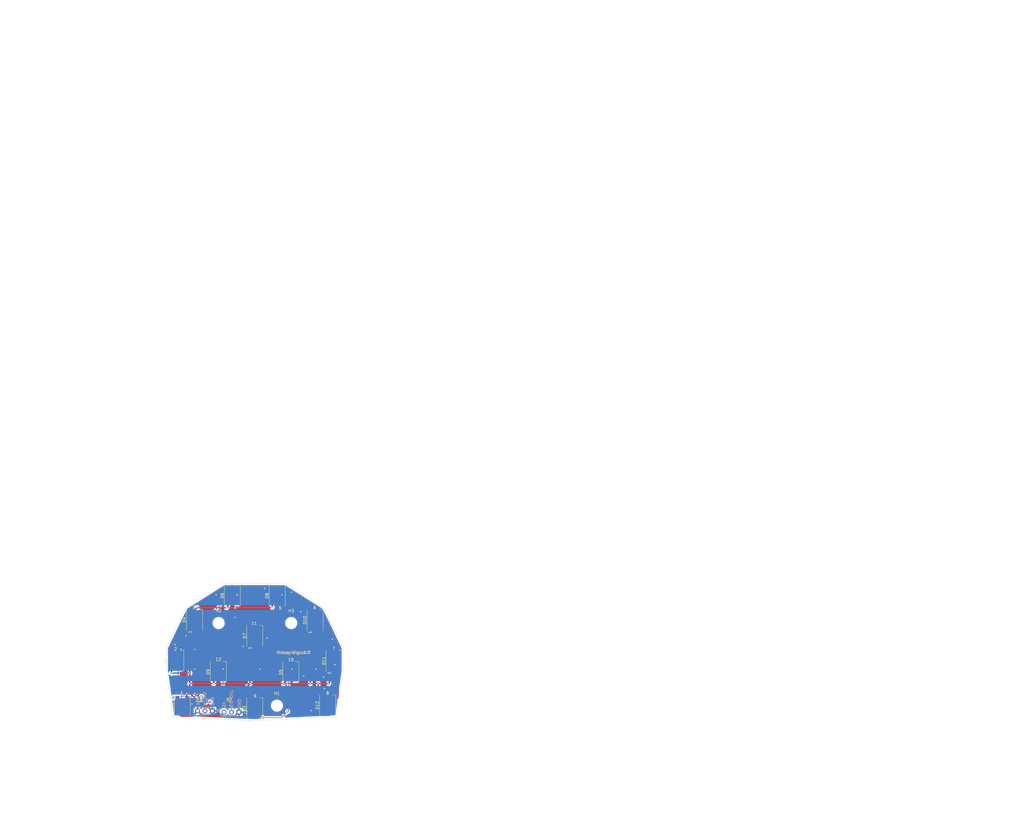
<source format=kicad_pcb>
(kicad_pcb (version 20211014) (generator pcbnew)
  (layers (0 "F.Cu" signal) (31 "B.Cu" signal) (34 "B.Paste" user) (35 "F.Paste" user) (36 "B.SilkS" user "B.Silkscreen") (37 "F.SilkS" user "F.Silkscreen") (38 "B.Mask" user) (39 "F.Mask" user) (44 "Edge.Cuts" user))
  (net 0 "")
  (net 1 "VCC")
  (net 2 "GND")
  (net 3 "Net-(D1-Pad2)")
  (net 4 "Net-(D1-Pad4)")
  (net 5 "Net-(D2-Pad2)")
  (net 6 "Net-(D3-Pad2)")
  (net 7 "Net-(D4-Pad2)")
  (net 8 "/SIG_IN")
  (net 9 "/SIG_OUT")
  (net 10 "Net-(D9-Pad2)")
  (net 11 "Net-(D5-Pad2)")
  (net 12 "Net-(D6-Pad2)")
  (net 13 "Net-(D7-Pad2)")
  (net 14 "Net-(D10-Pad4)")
  (net 15 "Net-(D10-Pad2)")
  (net 16 "Net-(D11-Pad2)")
  (net 17 "Net-(D12-Pad2)")
  (footprint "LED_SMD:LED_WS2812B_PLCC4_5.0x5.0mm_P3.2mm" (layer "F.Cu") (at 23.2 58.6 90)
    (fp_text reference "D1" (at 0 -3.5 90) (layer "F.SilkS"))
    (fp_text value "WS2812B")
    (fp_text user "1" (at -4.15 -1.6 90) (layer "F.SilkS"))
    (fp_line (start -3.65 -2.75) (end 3.65 -2.75) (layer "F.SilkS") (width 0.12))
    (fp_line (start 3.65 2.75) (end 3.65 1.6) (layer "F.SilkS") (width 0.12))
    (fp_line (start -3.65 2.75) (end 3.65 2.75) (layer "F.SilkS") (width 0.12))
    (pad "1" smd rect (at -2.45 -1.6 90) (size 1.5 1) (layers "F.Cu" "F.Paste" "F.Mask") (net 1 "VCC"))
    (pad "2" smd rect (at -2.45 1.6 90) (size 1.5 1) (layers "F.Cu" "F.Paste" "F.Mask") (net 3 "Net-(D1-Pad2)"))
    (pad "3" smd rect (at 2.45 1.6 90) (size 1.5 1) (layers "F.Cu" "F.Paste" "F.Mask") (net 2 "GND"))
    (pad "4" smd rect (at 2.45 -1.6 90) (size 1.5 1) (layers "F.Cu" "F.Paste" "F.Mask") (net 4 "Net-(D1-Pad4)"))
  )
  (footprint "LED_SMD:LED_WS2812B_PLCC4_5.0x5.0mm_P3.2mm" (layer "F.Cu") (at 75.3 43.3 90)
    (fp_text reference "D11" (at 0 -3.5 90) (layer "F.SilkS"))
    (fp_text value "WS2812B")
    (fp_text user "1" (at -4.15 -1.6 90) (layer "F.SilkS"))
    (fp_line (start -3.65 2.75) (end 3.65 2.75) (layer "F.SilkS") (width 0.12))
    (fp_line (start -3.65 -2.75) (end 3.65 -2.75) (layer "F.SilkS") (width 0.12))
    (fp_line (start 3.65 2.75) (end 3.65 1.6) (layer "F.SilkS") (width 0.12))
    (pad "1" smd rect (at -2.45 -1.6 90) (size 1.5 1) (layers "F.Cu" "F.Paste" "F.Mask") (net 1 "VCC"))
    (pad "2" smd rect (at -2.45 1.6 90) (size 1.5 1) (layers "F.Cu" "F.Paste" "F.Mask") (net 16 "Net-(D11-Pad2)"))
    (pad "3" smd rect (at 2.45 1.6 90) (size 1.5 1) (layers "F.Cu" "F.Paste" "F.Mask") (net 2 "GND"))
    (pad "4" smd rect (at 2.45 -1.6 90) (size 1.5 1) (layers "F.Cu" "F.Paste" "F.Mask") (net 15 "Net-(D10-Pad2)"))
  )
  (footprint "LED_SMD:LED_WS2812B_PLCC4_5.0x5.0mm_P3.2mm" (layer "F.Cu") (at 48.1 34.7 90)
    (fp_text reference "D7" (at 0 -3.5 90) (layer "F.SilkS"))
    (fp_text value "WS2812B")
    (fp_text user "1" (at -4.15 -1.6 90) (layer "F.SilkS"))
    (fp_line (start -3.65 2.75) (end 3.65 2.75) (layer "F.SilkS") (width 0.12))
    (fp_line (start -3.65 -2.75) (end 3.65 -2.75) (layer "F.SilkS") (width 0.12))
    (fp_line (start 3.65 2.75) (end 3.65 1.6) (layer "F.SilkS") (width 0.12))
    (pad "1" smd rect (at -2.45 -1.6 90) (size 1.5 1) (layers "F.Cu" "F.Paste" "F.Mask") (net 1 "VCC"))
    (pad "2" smd rect (at -2.45 1.6 90) (size 1.5 1) (layers "F.Cu" "F.Paste" "F.Mask") (net 13 "Net-(D7-Pad2)"))
    (pad "3" smd rect (at 2.45 1.6 90) (size 1.5 1) (layers "F.Cu" "F.Paste" "F.Mask") (net 2 "GND"))
    (pad "4" smd rect (at 2.45 -1.6 90) (size 1.5 1) (layers "F.Cu" "F.Paste" "F.Mask") (net 11 "Net-(D5-Pad2)"))
  )
  (footprint "LED_SMD:LED_WS2812B_PLCC4_5.0x5.0mm_P3.2mm" (layer "F.Cu") (at 48.1 59.7 90)
    (fp_text reference "D3" (at 0 -3.5 90) (layer "F.SilkS"))
    (fp_text value "WS2812B")
    (fp_text user "1" (at -4.15 -1.6 90) (layer "F.SilkS"))
    (fp_line (start -3.65 2.75) (end 3.65 2.75) (layer "F.SilkS") (width 0.12))
    (fp_line (start -3.65 -2.75) (end 3.65 -2.75) (layer "F.SilkS") (width 0.12))
    (fp_line (start 3.65 2.75) (end 3.65 1.6) (layer "F.SilkS") (width 0.12))
    (pad "1" smd rect (at -2.45 -1.6 90) (size 1.5 1) (layers "F.Cu" "F.Paste" "F.Mask") (net 1 "VCC"))
    (pad "2" smd rect (at -2.45 1.6 90) (size 1.5 1) (layers "F.Cu" "F.Paste" "F.Mask") (net 6 "Net-(D3-Pad2)"))
    (pad "3" smd rect (at 2.45 1.6 90) (size 1.5 1) (layers "F.Cu" "F.Paste" "F.Mask") (net 2 "GND"))
    (pad "4" smd rect (at 2.45 -1.6 90) (size 1.5 1) (layers "F.Cu" "F.Paste" "F.Mask") (net 17 "Net-(D12-Pad2)"))
  )
  (footprint "LED_SMD:LED_WS2812B_PLCC4_5.0x5.0mm_P3.2mm" (layer "F.Cu") (at 73.1 58.6 90)
    (fp_text reference "D12" (at 0 -3.5 90) (layer "F.SilkS"))
    (fp_text value "WS2812B")
    (fp_text user "1" (at -4.15 -1.6 90) (layer "F.SilkS"))
    (fp_line (start -3.65 -2.75) (end 3.65 -2.75) (layer "F.SilkS") (width 0.12))
    (fp_line (start 3.65 2.75) (end 3.65 1.6) (layer "F.SilkS") (width 0.12))
    (fp_line (start -3.65 2.75) (end 3.65 2.75) (layer "F.SilkS") (width 0.12))
    (pad "1" smd rect (at -2.45 -1.6 90) (size 1.5 1) (layers "F.Cu" "F.Paste" "F.Mask") (net 1 "VCC"))
    (pad "2" smd rect (at -2.45 1.6 90) (size 1.5 1) (layers "F.Cu" "F.Paste" "F.Mask") (net 17 "Net-(D12-Pad2)"))
    (pad "3" smd rect (at 2.45 1.6 90) (size 1.5 1) (layers "F.Cu" "F.Paste" "F.Mask") (net 2 "GND"))
    (pad "4" smd rect (at 2.45 -1.6 90) (size 1.5 1) (layers "F.Cu" "F.Paste" "F.Mask") (net 16 "Net-(D11-Pad2)"))
  )
  (footprint "LED_SMD:LED_WS2812B_PLCC4_5.0x5.0mm_P3.2mm" (layer "F.Cu") (at 68.8 29.3 90)
    (fp_text reference "D10" (at 0 -3.5 90) (layer "F.SilkS"))
    (fp_text value "WS2812B")
    (fp_text user "1" (at -4.15 -1.6 90) (layer "F.SilkS"))
    (fp_line (start -3.65 -2.75) (end 3.65 -2.75) (layer "F.SilkS") (width 0.12))
    (fp_line (start 3.65 2.75) (end 3.65 1.6) (layer "F.SilkS") (width 0.12))
    (fp_line (start -3.65 2.75) (end 3.65 2.75) (layer "F.SilkS") (width 0.12))
    (pad "1" smd rect (at -2.45 -1.6 90) (size 1.5 1) (layers "F.Cu" "F.Paste" "F.Mask") (net 1 "VCC"))
    (pad "2" smd rect (at -2.45 1.6 90) (size 1.5 1) (layers "F.Cu" "F.Paste" "F.Mask") (net 15 "Net-(D10-Pad2)"))
    (pad "3" smd rect (at 2.45 1.6 90) (size 1.5 1) (layers "F.Cu" "F.Paste" "F.Mask") (net 2 "GND"))
    (pad "4" smd rect (at 2.45 -1.6 90) (size 1.5 1) (layers "F.Cu" "F.Paste" "F.Mask") (net 14 "Net-(D10-Pad4)"))
  )
  (footprint "Resistor_SMD:R_0603_1608Metric" (layer "F.Cu") (at 39.3 58.1)
    (fp_text reference "R2" (at 0 -1.43) (layer "F.SilkS"))
    (fp_text value "33")
    (fp_line (start -0.237258 -0.5225) (end 0.237258 -0.5225) (layer "F.SilkS") (width 0.12))
    (fp_line (start -0.237258 0.5225) (end 0.237258 0.5225) (layer "F.SilkS") (width 0.12))
    (pad "1" smd roundrect (at -0.825 0) (size 0.8 0.95) (layers "F.Cu" "F.Paste" "F.Mask") (net 10 "Net-(D9-Pad2)"))
    (pad "2" smd roundrect (at 0.825 0) (size 0.8 0.95) (layers "F.Cu" "F.Paste" "F.Mask") (net 9 "/SIG_OUT"))
  )
  (footprint "LED_SMD:LED_WS2812B_PLCC4_5.0x5.0mm_P3.2mm" (layer "F.Cu") (at 21 43.3 90)
    (fp_text reference "D2" (at 0 -3.5 90) (layer "F.SilkS"))
    (fp_text value "WS2812B")
    (fp_text user "1" (at -4.15 -1.6 90) (layer "F.SilkS"))
    (fp_line (start 3.65 2.75) (end 3.65 1.6) (layer "F.SilkS") (width 0.12))
    (fp_line (start -3.65 2.75) (end 3.65 2.75) (layer "F.SilkS") (width 0.12))
    (fp_line (start -3.65 -2.75) (end 3.65 -2.75) (layer "F.SilkS") (width 0.12))
    (pad "1" smd rect (at -2.45 -1.6 90) (size 1.5 1) (layers "F.Cu" "F.Paste" "F.Mask") (net 1 "VCC"))
    (pad "2" smd rect (at -2.45 1.6 90) (size 1.5 1) (layers "F.Cu" "F.Paste" "F.Mask") (net 5 "Net-(D2-Pad2)"))
    (pad "3" smd rect (at 2.45 1.6 90) (size 1.5 1) (layers "F.Cu" "F.Paste" "F.Mask") (net 2 "GND"))
    (pad "4" smd rect (at 2.45 -1.6 90) (size 1.5 1) (layers "F.Cu" "F.Paste" "F.Mask") (net 3 "Net-(D1-Pad2)"))
  )
  (footprint "Connector_PinHeader_2.54mm:PinHeader_1x03_P2.54mm_Vertical" (layer "F.Cu") (at 42.625 60.9 -90)
    (fp_text reference "J2" (at 0 -2.33 90) (layer "F.SilkS"))
    (fp_text value "Conn_01x03")
    (fp_line (start -1.33 1.27) (end 1.33 1.27) (layer "F.SilkS") (width 0.12))
    (fp_line (start -1.33 1.27) (end -1.33 6.41) (layer "F.SilkS") (width 0.12))
    (fp_line (start -1.33 0) (end -1.33 -1.33) (layer "F.SilkS") (width 0.12))
    (fp_line (start -1.33 -1.33) (end 0 -1.33) (layer "F.SilkS") (width 0.12))
    (fp_line (start -1.33 6.41) (end 1.33 6.41) (layer "F.SilkS") (width 0.12))
    (fp_line (start 1.33 1.27) (end 1.33 6.41) (layer "F.SilkS") (width 0.12))
    (pad "1" thru_hole rect (at 0 0 270) (size 1.7 1.7) (drill 1) (layers *.Cu *.Mask) (net 2 "GND"))
    (pad "2" thru_hole oval (at 0 2.54 270) (size 1.7 1.7) (drill 1) (layers *.Cu *.Mask) (net 9 "/SIG_OUT"))
    (pad "3" thru_hole oval (at 0 5.08 270) (size 1.7 1.7) (drill 1) (layers *.Cu *.Mask) (net 1 "VCC"))
  )
  (footprint "Capacitor_SMD:C_0603_1608Metric" (layer "F.Cu") (at 28.9 56.7)
    (fp_text reference "C1" (at 0 -1.43) (layer "F.SilkS"))
    (fp_text value "10uF")
    (fp_line (start -0.14058 0.51) (end 0.14058 0.51) (layer "F.SilkS") (width 0.12))
    (fp_line (start -0.14058 -0.51) (end 0.14058 -0.51) (layer "F.SilkS") (width 0.12))
    (pad "1" smd roundrect (at -0.775 0) (size 0.9 0.95) (layers "F.Cu" "F.Paste" "F.Mask") (net 1 "VCC"))
    (pad "2" smd roundrect (at 0.775 0) (size 0.9 0.95) (layers "F.Cu" "F.Paste" "F.Mask") (net 2 "GND"))
  )
  (footprint "Resistor_SMD:R_0603_1608Metric" (layer "F.Cu") (at 31.4 56.6 90)
    (fp_text reference "R1" (at 0 -1.43 90) (layer "F.SilkS"))
    (fp_text value "33")
    (fp_line (start -0.237258 -0.5225) (end 0.237258 -0.5225) (layer "F.SilkS") (width 0.12))
    (fp_line (start -0.237258 0.5225) (end 0.237258 0.5225) (layer "F.SilkS") (width 0.12))
    (pad "1" smd roundrect (at -0.825 0 90) (size 0.8 0.95) (layers "F.Cu" "F.Paste" "F.Mask") (net 8 "/SIG_IN"))
    (pad "2" smd roundrect (at 0.825 0 90) (size 0.8 0.95) (layers "F.Cu" "F.Paste" "F.Mask") (net 4 "Net-(D1-Pad4)"))
  )
  (footprint "MountingHole:MountingHole_3.2mm_M3" (layer "F.Cu") (at 55.707999 58.7)
    (fp_text reference "H1" (at 0 -4.2) (layer "F.SilkS"))
    (fp_text value "MountingHole")
    (pad "" np_thru_hole circle (at 0 0) (size 3.2 3.2) (drill 3.2) (layers *.Cu *.Mask))
  )
  (footprint "MountingHole:MountingHole_3.2mm_M3" (layer "F.Cu") (at 60.6 30.3)
    (fp_text reference "H3" (at 0 -4.2) (layer "F.SilkS"))
    (fp_text value "MountingHole")
    (pad "" np_thru_hole circle (at 0 0) (size 3.2 3.2) (drill 3.2) (layers *.Cu *.Mask))
  )
  (footprint "LED_SMD:LED_WS2812B_PLCC4_5.0x5.0mm_P3.2mm" (layer "F.Cu") (at 27.4 29.2 90)
    (fp_text reference "D4" (at 0 -3.5 90) (layer "F.SilkS"))
    (fp_text value "WS2812B")
    (fp_text user "1" (at -4.15 -1.6 90) (layer "F.SilkS"))
    (fp_line (start 3.65 2.75) (end 3.65 1.6) (layer "F.SilkS") (width 0.12))
    (fp_line (start -3.65 -2.75) (end 3.65 -2.75) (layer "F.SilkS") (width 0.12))
    (fp_line (start -3.65 2.75) (end 3.65 2.75) (layer "F.SilkS") (width 0.12))
    (pad "1" smd rect (at -2.45 -1.6 90) (size 1.5 1) (layers "F.Cu" "F.Paste" "F.Mask") (net 1 "VCC"))
    (pad "2" smd rect (at -2.45 1.6 90) (size 1.5 1) (layers "F.Cu" "F.Paste" "F.Mask") (net 7 "Net-(D4-Pad2)"))
    (pad "3" smd rect (at 2.45 1.6 90) (size 1.5 1) (layers "F.Cu" "F.Paste" "F.Mask") (net 2 "GND"))
    (pad "4" smd rect (at 2.45 -1.6 90) (size 1.5 1) (layers "F.Cu" "F.Paste" "F.Mask") (net 5 "Net-(D2-Pad2)"))
  )
  (footprint "LED_SMD:LED_WS2812B_PLCC4_5.0x5.0mm_P3.2mm" (layer "F.Cu") (at 60.5 47.2 90)
    (fp_text reference "D5" (at 0 -3.5 90) (layer "F.SilkS"))
    (fp_text value "WS2812B")
    (fp_text user "1" (at -4.15 -1.6 90) (layer "F.SilkS"))
    (fp_line (start -3.65 -2.75) (end 3.65 -2.75) (layer "F.SilkS") (width 0.12))
    (fp_line (start -3.65 2.75) (end 3.65 2.75) (layer "F.SilkS") (width 0.12))
    (fp_line (start 3.65 2.75) (end 3.65 1.6) (layer "F.SilkS") (width 0.12))
    (pad "1" smd rect (at -2.45 -1.6 90) (size 1.5 1) (layers "F.Cu" "F.Paste" "F.Mask") (net 1 "VCC"))
    (pad "2" smd rect (at -2.45 1.6 90) (size 1.5 1) (layers "F.Cu" "F.Paste" "F.Mask") (net 11 "Net-(D5-Pad2)"))
    (pad "3" smd rect (at 2.45 1.6 90) (size 1.5 1) (layers "F.Cu" "F.Paste" "F.Mask") (net 2 "GND"))
    (pad "4" smd rect (at 2.45 -1.6 90) (size 1.5 1) (layers "F.Cu" "F.Paste" "F.Mask") (net 6 "Net-(D3-Pad2)"))
  )
  (footprint "Capacitor_SMD:C_0402_1005Metric" (layer "F.Cu") (at 29 58.1)
    (fp_text reference "C2" (at 0 -1.16) (layer "F.SilkS"))
    (fp_text value "100nF")
    (fp_line (start -0.107836 0.36) (end 0.107836 0.36) (layer "F.SilkS") (width 0.12))
    (fp_line (start -0.107836 -0.36) (end 0.107836 -0.36) (layer "F.SilkS") (width 0.12))
    (pad "1" smd roundrect (at -0.48 0) (size 0.56 0.62) (layers "F.Cu" "F.Paste" "F.Mask") (net 1 "VCC"))
    (pad "2" smd roundrect (at 0.48 0) (size 0.56 0.62) (layers "F.Cu" "F.Paste" "F.Mask") (net 2 "GND"))
  )
  (footprint "LED_SMD:LED_WS2812B_PLCC4_5.0x5.0mm_P3.2mm" (layer "F.Cu") (at 40.4 20.9 90)
    (fp_text reference "D6" (at 0 -3.5 90) (layer "F.SilkS"))
    (fp_text value "WS2812B")
    (fp_text user "1" (at -4.15 -1.6 90) (layer "F.SilkS"))
    (fp_line (start -3.65 2.75) (end 3.65 2.75) (layer "F.SilkS") (width 0.12))
    (fp_line (start -3.65 -2.75) (end 3.65 -2.75) (layer "F.SilkS") (width 0.12))
    (fp_line (start 3.65 2.75) (end 3.65 1.6) (layer "F.SilkS") (width 0.12))
    (pad "1" smd rect (at -2.45 -1.6 90) (size 1.5 1) (layers "F.Cu" "F.Paste" "F.Mask") (net 1 "VCC"))
    (pad "2" smd rect (at -2.45 1.6 90) (size 1.5 1) (layers "F.Cu" "F.Paste" "F.Mask") (net 12 "Net-(D6-Pad2)"))
    (pad "3" smd rect (at 2.45 1.6 90) (size 1.5 1) (layers "F.Cu" "F.Paste" "F.Mask") (net 2 "GND"))
    (pad "4" smd rect (at 2.45 -1.6 90) (size 1.5 1) (layers "F.Cu" "F.Paste" "F.Mask") (net 7 "Net-(D4-Pad2)"))
  )
  (footprint "LED_SMD:LED_WS2812B_PLCC4_5.0x5.0mm_P3.2mm" (layer "F.Cu") (at 35.6 47.1 90)
    (fp_text reference "D9" (at 0 -3.5 90) (layer "F.SilkS"))
    (fp_text value "WS2812B")
    (fp_text user "1" (at -4.15 -1.6 90) (layer "F.SilkS"))
    (fp_line (start -3.65 2.75) (end 3.65 2.75) (layer "F.SilkS") (width 0.12))
    (fp_line (start -3.65 -2.75) (end 3.65 -2.75) (layer "F.SilkS") (width 0.12))
    (fp_line (start 3.65 2.75) (end 3.65 1.6) (layer "F.SilkS") (width 0.12))
    (pad "1" smd rect (at -2.45 -1.6 90) (size 1.5 1) (layers "F.Cu" "F.Paste" "F.Mask") (net 1 "VCC"))
    (pad "2" smd rect (at -2.45 1.6 90) (size 1.5 1) (layers "F.Cu" "F.Paste" "F.Mask") (net 10 "Net-(D9-Pad2)"))
    (pad "3" smd rect (at 2.45 1.6 90) (size 1.5 1) (layers "F.Cu" "F.Paste" "F.Mask") (net 2 "GND"))
    (pad "4" smd rect (at 2.45 -1.6 90) (size 1.5 1) (layers "F.Cu" "F.Paste" "F.Mask") (net 13 "Net-(D7-Pad2)"))
  )
  (footprint "Connector_PinHeader_2.54mm:PinHeader_1x03_P2.54mm_Vertical" (layer "F.Cu") (at 33.515 60.5 -90)
    (fp_text reference "J1" (at 0 -2.33 -270) (layer "F.SilkS"))
    (fp_text value "Conn_01x03")
    (fp_line (start -1.33 1.27) (end -1.33 6.41) (layer "F.SilkS") (width 0.12))
    (fp_line (start -1.33 0) (end -1.33 -1.33) (layer "F.SilkS") (width 0.12))
    (fp_line (start 1.33 1.27) (end 1.33 6.41) (layer "F.SilkS") (width 0.12))
    (fp_line (start -1.33 6.41) (end 1.33 6.41) (layer "F.SilkS") (width 0.12))
    (fp_line (start -1.33 1.27) (end 1.33 1.27) (layer "F.SilkS") (width 0.12))
    (fp_line (start -1.33 -1.33) (end 0 -1.33) (layer "F.SilkS") (width 0.12))
    (pad "1" thru_hole rect (at 0 0 270) (size 1.7 1.7) (drill 1) (layers *.Cu *.Mask) (net 2 "GND"))
    (pad "2" thru_hole oval (at 0 2.54 270) (size 1.7 1.7) (drill 1) (layers *.Cu *.Mask) (net 8 "/SIG_IN"))
    (pad "3" thru_hole oval (at 0 5.08 270) (size 1.7 1.7) (drill 1) (layers *.Cu *.Mask) (net 1 "VCC"))
  )
  (footprint "LED_SMD:LED_WS2812B_PLCC4_5.0x5.0mm_P3.2mm" (layer "F.Cu") (at 55.8 20.9 90)
    (fp_text reference "D8" (at 0 -3.5 90) (layer "F.SilkS"))
    (fp_text value "WS2812B")
    (fp_text user "1" (at -4.15 -1.6 90) (layer "F.SilkS"))
    (fp_line (start -3.65 2.75) (end 3.65 2.75) (layer "F.SilkS") (width 0.12))
    (fp_line (start -3.65 -2.75) (end 3.65 -2.75) (layer "F.SilkS") (width 0.12))
    (fp_line (start 3.65 2.75) (end 3.65 1.6) (layer "F.SilkS") (width 0.12))
    (pad "1" smd rect (at -2.45 -1.6 90) (size 1.5 1) (layers "F.Cu" "F.Paste" "F.Mask") (net 1 "VCC"))
    (pad "2" smd rect (at -2.45 1.6 90) (size 1.5 1) (layers "F.Cu" "F.Paste" "F.Mask") (net 14 "Net-(D10-Pad4)"))
    (pad "3" smd rect (at 2.45 1.6 90) (size 1.5 1) (layers "F.Cu" "F.Paste" "F.Mask") (net 2 "GND"))
    (pad "4" smd rect (at 2.45 -1.6 90) (size 1.5 1) (layers "F.Cu" "F.Paste" "F.Mask") (net 12 "Net-(D6-Pad2)"))
  )
  (footprint "MountingHole:MountingHole_3.2mm_M3" (layer "F.Cu") (at 35.7 30.3)
    (fp_text reference "H2" (at 0 -4.2) (layer "F.SilkS"))
    (fp_text value "MountingHole")
    (pad "" np_thru_hole circle (at 0 0) (size 3.2 3.2) (drill 3.2) (layers *.Cu *.Mask))
  )
  (gr_line (start 17.8 46.9) (end 17.8 38.9) (layer "Edge.Cuts") (width 0.1))
  (gr_line (start 24.4 25.1) (end 37.6 16.8) (layer "Edge.Cuts") (width 0.1))
  (gr_line (start 20 62.5) (end 17.8 46.9) (layer "Edge.Cuts") (width 0.1))
  (gr_line (start 37.6 16.8) (end 58.6 16.8) (layer "Edge.Cuts") (width 0.1))
  (gr_line (start 17.8 38.9) (end 24.4 25.1) (layer "Edge.Cuts") (width 0.1))
  (gr_line (start 78.4 46.9) (end 76.2 62.5) (layer "Edge.Cuts") (width 0.1))
  (gr_line (start 58.6 16.8) (end 71.8 25.1) (layer "Edge.Cuts") (width 0.1))
  (gr_line (start 71.8 25.1) (end 78.4 38.9) (layer "Edge.Cuts") (width 0.1))
  (gr_line (start 48.1 63.8) (end 76.2 62.5) (layer "Edge.Cuts") (width 0.1))
  (gr_line (start 78.4 38.9) (end 78.4 46.9) (layer "Edge.Cuts") (width 0.1))
  (gr_line (start 20 62.5) (end 48.1 63.8) (layer "Edge.Cuts") (width 0.1))
  (gr_text "SIG_OUT" (at 40.025 56.3 270) (layer "B.SilkS") (effects (font (size 1 1)) (justify mirror)))
  (gr_text "SIG_IN" (at 31 56.3 90) (layer "B.SilkS") (effects (font (size 1 1)) (justify mirror)))
  (gr_text "GND" (at 33.6 57.2 90) (layer "B.SilkS") (effects (font (size 1 1)) (justify mirror)))
  (gr_text "circle-big_v1.0" (at 61.4 40.4) (layer "B.SilkS") (effects (font (size 1 1)) (justify mirror)))
  (gr_text "5V" (at 28.5 57.6 90) (layer "B.SilkS") (effects (font (size 1 1)) (justify mirror)))
  (gr_text "5V" (at 37.5 58.3 270) (layer "B.SilkS") (effects (font (size 1 1)) (justify mirror)))
  (gr_text "GND" (at 42.7 57.9 270) (layer "B.SilkS") (effects (font (size 1 1)) (justify mirror)))
  (gr_text "2" (at 20.9 39.2) (layer "F.SilkS") (effects (font (size 1 1))))
  (gr_text "7" (at 75.2 39) (layer "F.SilkS") (effects (font (size 1 1))))
  (gr_text "4" (at 41.3 25.1) (layer "F.SilkS") (effects (font (size 1 1))))
  (gr_text "5" (at 56.8 25.1) (layer "F.SilkS") (effects (font (size 1 1))))
  (gr_text "11" (at 47.9 30.4) (layer "F.SilkS") (effects (font (size 1 1))))
  (gr_text "8" (at 73.1 54.4) (layer "F.SilkS") (effects (font (size 1 1))))
  (gr_text "circle-big_v1.0" (at 61.4 40.4) (layer "F.SilkS") (effects (font (size 1 1))))
  (gr_text "6" (at 68.7 25) (layer "F.SilkS") (effects (font (size 1 1))))
  (gr_text "12" (at 35.6 42.8) (layer "F.SilkS") (effects (font (size 1 1))))
  (gr_text "10" (at 60.5 42.9) (layer "F.SilkS") (effects (font (size 1 1))))
  (gr_text "9" (at 48.2 55.4) (layer "F.SilkS") (effects (font (size 1 1))))
  (gr_text "1" (at 23 54.3) (layer "F.SilkS") (effects (font (size 1 1))))
  (gr_text "3" (at 27.2 25) (layer "F.SilkS") (effects (font (size 1 1))))
  (segment (start 25.8 54.375) (end 25.8 47.5) (width 0.5) (layer "F.Cu") (net 1))
  (segment (start 54.1 24.9) (end 54.1 23.45) (width 0.5) (layer "F.Cu") (net 1))
  (segment (start 19.5 45.85) (end 19.4 45.75) (width 0.5) (layer "F.Cu") (net 1))
  (segment (start 28.435 60.5) (end 26.685489 62.249511) (width 0.5) (layer "F.Cu") (net 1))
  (segment (start 73.5 51.1) (end 73.7 50.9) (width 0.5) (layer "F.Cu") (net 1))
  (segment (start 28.125 56.7) (end 25.8 54.375) (width 0.5) (layer "F.Cu") (net 1))
  (segment (start 46.5 37.15) (end 46.5 51.1) (width 0.5) (layer "F.Cu") (net 1))
  (segment (start 69.9 51.1) (end 69.9 59.45) (width 0.5) (layer "F.Cu") (net 1))
  (segment (start 58.9 50.1) (end 57.9 51.1) (width 0.5) (layer "F.Cu") (net 1))
  (segment (start 28.435 57.01) (end 28.125 56.7) (width 0.5) (layer "F.Cu") (net 1))
  (segment (start 28.435 60.5) (end 28.435 57.01) (width 0.5) (layer "F.Cu") (net 1))
  (segment (start 34 49.55) (end 34 51.1) (width 0.5) (layer "F.Cu") (net 1))
  (segment (start 46.5 62.15) (end 45.550489 61.200489) (width 0.5) (layer "F.Cu") (net 1))
  (segment (start 38.8 23.35) (end 38.8 24.6) (width 0.5) (layer "F.Cu") (net 1))
  (segment (start 25.8 47.5) (end 25.8 31.65) (width 0.5) (layer "F.Cu") (net 1))
  (segment (start 25.8 31.65) (end 26.749511 30.700489) (width 0.5) (layer "F.Cu") (net 1))
  (segment (start 45.550489 52.049511) (end 46.5 51.1) (width 0.5) (layer "F.Cu") (net 1))
  (segment (start 26.749511 30.700489) (end 26.749511 26.550489) (width 0.5) (layer "F.Cu") (net 1))
  (segment (start 19.5 47.5) (end 19.5 45.85) (width 0.5) (layer "F.Cu") (net 1))
  (segment (start 26.685489 62.249511) (end 22.799511 62.249511) (width 0.5) (layer "F.Cu") (net 1))
  (segment (start 54.1 23.45) (end 54.2 23.35) (width 0.5) (layer "F.Cu") (net 1))
  (segment (start 45.550489 61.200489) (end 45.550489 52.049511) (width 0.5) (layer "F.Cu") (net 1))
  (segment (start 67.2 31.75) (end 67.2 51.1) (width 0.5) (layer "F.Cu") (net 1))
  (segment (start 69.9 59.45) (end 71.5 61.05) (width 0.5) (layer "F.Cu") (net 1))
  (segment (start 38.8 24.6) (end 38.4 25) (width 0.5) (layer "F.Cu") (net 1))
  (segment (start 26.749511 26.550489) (end 28.3 25) (width 0.5) (layer "F.Cu") (net 1))
  (segment (start 73.7 50.9) (end 73.7 45.75) (width 0.5) (layer "F.Cu") (net 1))
  (segment (start 58.9 49.65) (end 58.9 50.1) (width 0.5) (layer "F.Cu") (net 1))
  (segment (start 22.799511 62.249511) (end 21.6 61.05) (width 0.5) (layer "F.Cu") (net 1))
  (via (at 25.8 51.1) (size 0.8) (drill 0.4) (layers "F.Cu" "B.Cu") (net 1))
  (via (at 19.5 47.5) (size 0.8) (drill 0.4) (layers "F.Cu" "B.Cu") (net 1))
  (via (at 38.4 25) (size 0.8) (drill 0.4) (layers "F.Cu" "B.Cu") (net 1))
  (via (at 69.9 51.1) (size 0.8) (drill 0.4) (layers "F.Cu" "B.Cu") (net 1))
  (via (at 25.8 47.5) (size 0.8) (drill 0.4) (layers "F.Cu" "B.Cu") (net 1))
  (via (at 34 51.1) (size 0.8) (drill 0.4) (layers "F.Cu" "B.Cu") (net 1))
  (via (at 54.1 24.9) (size 0.8) (drill 0.4) (layers "F.Cu" "B.Cu") (net 1))
  (via (at 67.2 51.1) (size 0.8) (drill 0.4) (layers "F.Cu" "B.Cu") (net 1))
  (via (at 73.5 51.1) (size 0.8) (drill 0.4) (layers "F.Cu" "B.Cu") (net 1))
  (via (at 57.9 51.1) (size 0.8) (drill 0.4) (layers "F.Cu" "B.Cu") (net 1))
  (via (at 46.5 51.1) (size 0.8) (drill 0.4) (layers "F.Cu" "B.Cu") (net 1))
  (via (at 28.3 25) (size 0.8) (drill 0.4) (layers "F.Cu" "B.Cu") (net 1))
  (segment (start 54 25) (end 54.1 24.9) (width 0.5) (layer "B.Cu") (net 1))
  (segment (start 28.435 60.5) (end 29.734511 61.799511) (width 0.5) (layer "B.Cu") (net 1))
  (segment (start 57.9 51.1) (end 67.2 51.1) (width 0.5) (layer "B.Cu") (net 1))
  (segment (start 36.645489 61.799511) (end 37.545 60.9) (width 0.5) (layer "B.Cu") (net 1))
  (segment (start 73.5 51.1) (end 69.9 51.1) (width 0.5) (layer "B.Cu") (net 1))
  (segment (start 34 51.1) (end 25.8 51.1) (width 0.5) (layer "B.Cu") (net 1))
  (segment (start 67.2 51.1) (end 69.9 51.1) (width 0.5) (layer "B.Cu") (net 1))
  (segment (start 25.8 47.5) (end 19.5 47.5) (width 0.5) (layer "B.Cu") (net 1))
  (segment (start 38.4 25) (end 54 25) (width 0.5) (layer "B.Cu") (net 1))
  (segment (start 46.5 51.1) (end 57.9 51.1) (width 0.5) (layer "B.Cu") (net 1))
  (segment (start 29.734511 61.799511) (end 36.645489 61.799511) (width 0.5) (layer "B.Cu") (net 1))
  (segment (start 34 51.1) (end 46.5 51.1) (width 0.5) (layer "B.Cu") (net 1))
  (segment (start 28.3 25) (end 38.4 25) (width 0.5) (layer "B.Cu") (net 1))
  (segment (start 69.2 28.05) (end 69.2 46.1) (width 0.5) (layer "F.Cu") (net 2))
  (segment (start 32.215489 59.200489) (end 30.580489 59.200489) (width 0.5) (layer "F.Cu") (net 2))
  (segment (start 37.2 44.65) (end 37.2 46.1) (width 0.5) (layer "F.Cu") (net 2))
  (segment (start 74.7 56.15) (end 74.7 45.5) (width 0.5) (layer "F.Cu") (net 2))
  (segment (start 29 26.75) (end 27.5 28.25) (width 0.5) (layer "F.Cu") (net 2))
  (segment (start 49.7 46.2) (end 49.8 46.1) (width 0.5) (layer "F.Cu") (net 2))
  (segment (start 27.5 54.525) (end 27.5 39.4) (width 0.5) (layer "F.Cu") (net 2))
  (segment (start 29 26.75) (end 29 26.4) (width 0.5) (layer "F.Cu") (net 2))
  (segment (start 42 18.45) (end 42 20.6) (width 0.5) (layer "F.Cu") (net 2))
  (segment (start 24.7 56.05) (end 24.8 56.15) (width 0.5) (layer "F.Cu") (net 2))
  (segment (start 29 26.4) (end 34.8 20.6) (width 0.5) (layer "F.Cu") (net 2))
  (segment (start 50.649511 45.250489) (end 49.8 46.1) (width 0.5) (layer "F.Cu") (net 2))
  (segment (start 22.7 39.3) (end 22.7 40.75) (width 0.5) (layer "F.Cu") (net 2))
  (segment (start 50.649511 33.199511) (end 50.649511 45.250489) (width 0.5) (layer "F.Cu") (net 2))
  (segment (start 62.1 44.8) (end 60.8 46.1) (width 0.5) (layer "F.Cu") (net 2))
  (segment (start 24.7 54.5) (end 24.7 56.05) (width 0.5) (layer "F.Cu") (net 2))
  (segment (start 57.4 20.6) (end 57.4 18.45) (width 0.5) (layer "F.Cu") (net 2))
  (segment (start 49.7 32.25) (end 50.649511 33.199511) (width 0.5) (layer "F.Cu") (net 2))
  (segment (start 74.7 45.5) (end 75.6 44.6) (width 0.5) (layer "F.Cu") (net 2))
  (segment (start 29.675 56.7) (end 27.5 54.525) (width 0.5) (layer "F.Cu") (net 2))
  (segment (start 33.515 60.5) (end 32.215489 59.200489) (width 0.5) (layer "F.Cu") (net 2))
  (segment (start 49.7 57.25) (end 49.7 46.2) (width 0.5) (layer "F.Cu") (net 2))
  (segment (start 75.6 44.6) (end 75.6 42.15) (width 0.5) (layer "F.Cu") (net 2))
  (segment (start 62.1 44.75) (end 62.1 44.8) (width 0.5) (layer "F.Cu") (net 2))
  (segment (start 30.580489 59.200489) (end 29.48 58.1) (width 0.5) (layer "F.Cu") (net 2))
  (segment (start 41.325489 62.199511) (end 42.625 60.9) (width 0.5) (layer "F.Cu") (net 2))
  (segment (start 75.6 42.15) (end 76.9 40.85) (width 0.5) (layer "F.Cu") (net 2))
  (segment (start 35.214511 62.199511) (end 41.325489 62.199511) (width 0.5) (layer "F.Cu") (net 2))
  (segment (start 33.515 60.5) (end 35.214511 62.199511) (width 0.5) (layer "F.Cu") (net 2))
  (segment (start 29.48 56.895) (end 29.675 56.7) (width 0.5) (layer "F.Cu") (net 2))
  (segment (start 29.48 58.1) (end 29.48 56.895) (width 0.5) (layer "F.Cu") (net 2))
  (segment (start 22.7 40.75) (end 22.6 40.85) (width 0.5) (layer "F.Cu") (net 2))
  (segment (start 70.4 26.85) (end 69.2 28.05) (width 0.5) (layer "F.Cu") (net 2))
  (segment (start 27.5 28.25) (end 27.5 39.4) (width 0.5) (layer "F.Cu") (net 2))
  (via (at 63.9 26.4) (size 0.8) (drill 0.4) (layers "F.Cu" "B.Cu") (net 2))
  (via (at 51.5 18.4) (size 0.8) (drill 0.4) (layers "F.Cu" "B.Cu") (net 2))
  (via (at 69.2 46.1) (size 0.8) (drill 0.4) (layers "F.Cu" "B.Cu") (net 2))
  (via (at 34.8 20.6) (size 0.8) (drill 0.4) (layers "F.Cu" "B.Cu") (net 2))
  (via (at 71.7 48.9) (size 0.8) (drill 0.4) (layers "F.Cu" "B.Cu") (net 2))
  (via (at 37.2 46.1) (size 0.8) (drill 0.4) (layers "F.Cu" "B.Cu") (net 2))
  (via (at 60.7 19.7) (size 0.8) (drill 0.4) (layers "F.Cu" "B.Cu") (net 2))
  (via (at 27.5 46.1) (size 0.8) (drill 0.4) (layers "F.Cu" "B.Cu") (net 2))
  (via (at 20.7 37.7) (size 0.8) (drill 0.4) (layers "F.Cu" "B.Cu") (net 2))
  (via (at 75.6 44.6) (size 0.8) (drill 0.4) (layers "F.Cu" "B.Cu") (net 2))
  (via (at 41.3 28.4) (size 0.8) (drill 0.4) (layers "F.Cu" "B.Cu") (net 2))
  (via (at 72 52.8) (size 0.8) (drill 0.4) (layers "F.Cu" "B.Cu") (net 2))
  (via (at 52.3 35.5) (size 0.8) (drill 0.4) (layers "F.Cu" "B.Cu") (net 2))
  (via (at 44.1 38.4) (size 0.8) (drill 0.4) (layers "F.Cu" "B.Cu") (net 2))
  (via (at 24.5 34.7) (size 0.8) (drill 0.4) (layers "F.Cu" "B.Cu") (net 2))
  (via (at 49.8 46.1) (size 0.8) (drill 0.4) (layers "F.Cu" "B.Cu") (net 2))
  (via (at 26.5 58.1) (size 0.8) (drill 0.4) (layers "F.Cu" "B.Cu") (net 2))
  (via (at 24.7 54.5) (size 0.8) (drill 0.4) (layers "F.Cu" "B.Cu") (net 2))
  (via (at 42 20.6) (size 0.8) (drill 0.4) (layers "F.Cu" "B.Cu") (net 2))
  (via (at 74.7 35.8) (size 0.8) (drill 0.4) (layers "F.Cu" "B.Cu") (net 2))
  (via (at 27.5 54.525) (size 0.8) (drill 0.4) (layers "F.Cu" "B.Cu") (net 2))
  (via (at 67.5 60.4) (size 0.8) (drill 0.4) (layers "F.Cu" "B.Cu") (net 2))
  (via (at 57.4 20.6) (size 0.8) (drill 0.4) (layers "F.Cu" "B.Cu") (net 2))
  (via (at 27.5 39.4) (size 0.8) (drill 0.4) (layers "F.Cu" "B.Cu") (net 2))
  (via (at 60.8 46.1) (size 0.8) (drill 0.4) (layers "F.Cu" "B.Cu") (net 2))
  (via (at 64.9 48.4) (size 0.8) (drill 0.4) (layers "F.Cu" "B.Cu") (net 2))
  (via (at 22.7 39.3) (size 0.8) (drill 0.4) (layers "F.Cu" "B.Cu") (net 2))
  (segment (start 27.5 39.4) (end 22.8 39.4) (width 0.5) (layer "B.Cu") (net 2))
  (segment (start 74.1 46.1) (end 75.6 44.6) (width 0.5) (layer "B.Cu") (net 2))
  (segment (start 49.8 46.1) (end 60.8 46.1) (width 0.5) (layer "B.Cu") (net 2))
  (segment (start 27.5 54.525) (end 24.725 54.525) (width 0.5) (layer "B.Cu") (net 2))
  (segment (start 24.725 54.525) (end 24.7 54.5) (width 0.5) (layer "B.Cu") (net 2))
  (segment (start 34.8 20.6) (end 42 20.6) (width 0.5) (layer "B.Cu") (net 2))
  (segment (start 22.8 39.4) (end 22.7 39.3) (width 0.5) (layer "B.Cu") (net 2))
  (segment (start 37.2 46.1) (end 27.5 46.1) (width 0.5) (layer "B.Cu") (net 2))
  (segment (start 42 20.6) (end 57.4 20.6) (width 0.5) (layer "B.Cu") (net 2))
  (segment (start 69.2 46.1) (end 74.1 46.1) (width 0.5) (layer "B.Cu") (net 2))
  (segment (start 60.8 46.1) (end 69.2 46.1) (width 0.5) (layer "B.Cu") (net 2))
  (segment (start 37.2 46.1) (end 49.8 46.1) (width 0.5) (layer "B.Cu") (net 2))
  (segment (start 24.000489 60.200489) (end 23 59.2) (width 0.2) (layer "F.Cu") (net 3))
  (segment (start 21.800489 53.100489) (end 21.800489 43.250489) (width 0.2) (layer "F.Cu") (net 3))
  (segment (start 21.800489 43.250489) (end 19.4 40.85) (width 0.2) (layer "F.Cu") (net 3))
  (segment (start 24.8 61.05) (end 24.000489 60.250489) (width 0.2) (layer "F.Cu") (net 3))
  (segment (start 23 54.3) (end 21.800489 53.100489) (width 0.2) (layer "F.Cu") (net 3))
  (segment (start 24.000489 60.250489) (end 24.000489 60.200489) (width 0.2) (layer "F.Cu") (net 3))
  (segment (start 23 59.2) (end 23 54.3) (width 0.2) (layer "F.Cu") (net 3))
  (segment (start 20 56) (end 21.45 56) (width 0.2) (layer "F.Cu") (net 4))
  (segment (start 30.075 55.775) (end 29.8 55.5) (width 0.2) (layer "F.Cu") (net 4))
  (segment (start 31.4 55.775) (end 30.075 55.775) (width 0.2) (layer "F.Cu") (net 4))
  (segment (start 21.45 56) (end 21.6 56.15) (width 0.2) (layer "F.Cu") (net 4))
  (via (at 20 56) (size 0.8) (drill 0.4) (layers "F.Cu" "B.Cu") (net 4))
  (via (at 29.8 55.5) (size 0.8) (drill 0.4) (layers "F.Cu" "B.Cu") (net 4))
  (segment (start 20.5 55.5) (end 20 56) (width 0.2) (layer "B.Cu") (net 4))
  (segment (start 29.8 55.5) (end 20.5 55.5) (width 0.2) (layer "B.Cu") (net 4))
  (segment (start 23.399511 44.950489) (end 23.399511 29.150489) (width 0.2) (layer "F.Cu") (net 5))
  (segment (start 22.6 45.75) (end 23.399511 44.950489) (width 0.2) (layer "F.Cu") (net 5))
  (segment (start 23.399511 29.150489) (end 25.8 26.75) (width 0.2) (layer "F.Cu") (net 5))
  (segment (start 59.699511 60.400489) (end 59.699511 45.549511) (width 0.2) (layer "F.Cu") (net 6))
  (segment (start 50.25 62.15) (end 50.9 62.8) (width 0.2) (layer "F.Cu") (net 6))
  (segment (start 59.699511 45.549511) (end 58.9 44.75) (width 0.2) (layer "F.Cu") (net 6))
  (segment (start 49.7 62.15) (end 50.25 62.15) (width 0.2) (layer "F.Cu") (net 6))
  (segment (start 59.4 60.7) (end 59.699511 60.400489) (width 0.2) (layer "F.Cu") (net 6))
  (via (at 50.9 62.8) (size 0.8) (drill 0.4) (layers "F.Cu" "B.Cu") (net 6))
  (via (at 59.4 60.7) (size 0.8) (drill 0.4) (layers "F.Cu" "B.Cu") (net 6))
  (segment (start 50.9 62.8) (end 57.3 62.8) (width 0.2) (layer "B.Cu") (net 6))
  (segment (start 57.3 62.8) (end 59.4 60.7) (width 0.2) (layer "B.Cu") (net 6))
  (segment (start 29 31.65) (end 29 31.4) (width 0.2) (layer "F.Cu") (net 7))
  (segment (start 29 31.4) (end 38.8 21.6) (width 0.2) (layer "F.Cu") (net 7))
  (segment (start 38.8 21.6) (end 38.8 18.45) (width 0.2) (layer "F.Cu") (net 7))
  (segment (start 32.8 57.4) (end 31.425 57.4) (width 0.2) (layer "F.Cu") (net 8))
  (segment (start 31.425 57.4) (end 31.4 57.425) (width 0.2) (layer "F.Cu") (net 8))
  (via (at 32.8 57.4) (size 0.8) (drill 0.4) (layers "F.Cu" "B.Cu") (net 8))
  (segment (start 30.975 59.225) (end 32.8 57.4) (width 0.2) (layer "B.Cu") (net 8))
  (segment (start 30.975 60.5) (end 30.975 59.225) (width 0.2) (layer "B.Cu") (net 8))
  (segment (start 40.085 58.14) (end 40.085 60.9) (width 0.2) (layer "F.Cu") (net 9))
  (segment (start 40.125 58.1) (end 40.085 58.14) (width 0.2) (layer "F.Cu") (net 9))
  (segment (start 37.2 56.825) (end 38.475 58.1) (width 0.2) (layer "F.Cu") (net 10))
  (segment (start 37.2 49.55) (end 37.2 56.825) (width 0.2) (layer "F.Cu") (net 10))
  (segment (start 62.899511 43.700489) (end 50.399511 31.200489) (width 0.2) (layer "F.Cu") (net 11))
  (segment (start 62.1 49.65) (end 62.899511 48.850489) (width 0.2) (layer "F.Cu") (net 11))
  (segment (start 50.399511 31.200489) (end 47.549511 31.200489) (width 0.2) (layer "F.Cu") (net 11))
  (segment (start 62.899511 48.850489) (end 62.899511 43.700489) (width 0.2) (layer "F.Cu") (net 11))
  (segment (start 47.549511 31.200489) (end 46.5 32.25) (width 0.2) (layer "F.Cu") (net 11))
  (segment (start 49.3 23.35) (end 54.2 18.45) (width 0.2) (layer "F.Cu") (net 12))
  (segment (start 42 23.35) (end 49.3 23.35) (width 0.2) (layer "F.Cu") (net 12))
  (segment (start 42.549511 36.100489) (end 34 44.65) (width 0.2) (layer "F.Cu") (net 13))
  (segment (start 49.7 37.15) (end 48.650489 36.100489) (width 0.2) (layer "F.Cu") (net 13))
  (segment (start 48.650489 36.100489) (end 42.549511 36.100489) (width 0.2) (layer "F.Cu") (net 13))
  (segment (start 57.4 23.35) (end 63.7 23.35) (width 0.2) (layer "F.Cu") (net 14))
  (segment (start 63.7 23.35) (end 67.2 26.85) (width 0.2) (layer "F.Cu") (net 14))
  (segment (start 70.4 37.55) (end 73.7 40.85) (width 0.2) (layer "F.Cu") (net 15))
  (segment (start 70.4 31.75) (end 70.4 37.55) (width 0.2) (layer "F.Cu") (net 15))
  (segment (start 72.549511 57.199511) (end 71.5 56.15) (width 0.2) (layer "F.Cu") (net 16))
  (segment (start 75.499511 57.199511) (end 72.549511 57.199511) (width 0.2) (layer "F.Cu") (net 16))
  (segment (start 76.9 55.799022) (end 75.499511 57.199511) (width 0.2) (layer "F.Cu") (net 16))
  (segment (start 76.9 45.75) (end 76.9 55.799022) (width 0.2) (layer "F.Cu") (net 16))
  (segment (start 73.650489 62.099511) (end 51.349511 62.099511) (width 0.2) (layer "F.Cu") (net 17))
  (segment (start 51.349511 62.099511) (end 46.5 57.25) (width 0.2) (layer "F.Cu") (net 17))
  (segment (start 74.7 61.05) (end 73.650489 62.099511) (width 0.2) (layer "F.Cu") (net 17))
  (zone (net 2) (net_name "GND") (layers F&B.Cu) (connect_pads (clearance 0.508)) (min_thickness 0.254) (fill yes (thermal_gap 0.508) (thermal_bridge_width 0.508))
    (polygon (pts (xy 80 65) (xy 15 65) (xy 15 15) (xy 80 15)))
  )
)
</source>
